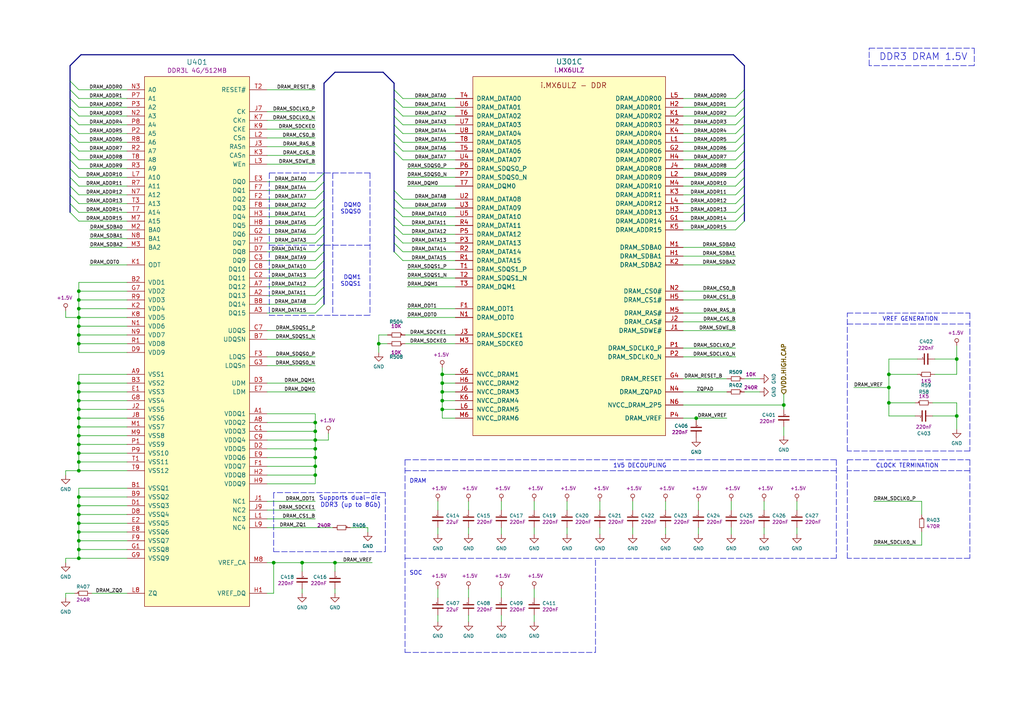
<source format=kicad_sch>
(kicad_sch (version 20211123) (generator eeschema)
  (paper "A4")
  (title_block (title "EX-PCB-10108-001") (date "2021-07-27") (rev "A") (company "OHN Electronics Inc.") (comment 1 "Uses NXP i.MX6ULx core design licensed from PolyVection UG, Germany") (comment 2 "Organelle 2 Processor board") (comment 4 "EX-PCB-10108-001 - Schematics"))
  (junction (at 87.63 163.195))
  (junction (at 22.86 111.125))
  (junction (at 22.86 92.075))
  (junction (at 22.86 89.535))
  (junction (at 79.375 163.195))
  (junction (at 22.86 99.695))
  (junction (at 22.86 154.305))
  (junction (at 128.27 108.585))
  (junction (at 91.44 127.635))
  (junction (at 257.81 116.84))
  (junction (at 22.86 146.685))
  (junction (at 22.86 159.385))
  (junction (at 22.86 118.745))
  (junction (at 22.86 123.825))
  (junction (at 22.86 113.665))
  (junction (at 91.44 122.555))
  (junction (at 22.86 94.615))
  (junction (at 22.86 161.925))
  (junction (at 227.33 117.475))
  (junction (at 128.27 111.125))
  (junction (at 22.86 149.225))
  (junction (at 91.44 135.255))
  (junction (at 22.86 121.285))
  (junction (at 91.44 125.095))
  (junction (at 22.86 97.155))
  (junction (at 91.44 137.795))
  (junction (at 22.86 84.455))
  (junction (at 277.495 120.65))
  (junction (at 128.27 116.205))
  (junction (at 257.81 108.585))
  (junction (at 201.93 121.285))
  (junction (at 97.155 163.195))
  (junction (at 22.86 128.905))
  (junction (at 277.495 104.14))
  (junction (at 22.86 116.205))
  (junction (at 22.86 86.995))
  (junction (at 128.27 118.745))
  (junction (at 22.86 133.985))
  (junction (at 109.855 99.695))
  (junction (at 22.86 151.765))
  (junction (at 22.86 136.525))
  (junction (at 22.86 144.145))
  (junction (at 91.44 130.175))
  (junction (at 128.27 113.665))
  (junction (at 22.86 156.845))
  (junction (at 22.86 126.365))
  (junction (at 257.81 112.395))
  (junction (at 91.44 132.715))
  (junction (at 22.86 131.445))
  (bus_entry (at 22.86 31.115) (size -2.54 -2.54))
  (bus_entry (at 93.98 80.645) (size -2.54 2.54))
  (bus_entry (at 22.86 51.435) (size -2.54 -2.54))
  (bus_entry (at 215.9 46.355) (size -2.54 2.54))
  (bus_entry (at 215.9 48.895) (size -2.54 2.54))
  (bus_entry (at 116.84 43.815) (size -2.54 -2.54))
  (bus_entry (at 116.84 73.025) (size -2.54 -2.54))
  (bus_entry (at 93.98 78.105) (size -2.54 2.54))
  (bus_entry (at 116.84 67.945) (size -2.54 -2.54))
  (bus_entry (at 22.86 48.895) (size -2.54 -2.54))
  (bus_entry (at 93.98 83.185) (size -2.54 2.54))
  (bus_entry (at 215.9 31.115) (size -2.54 2.54))
  (bus_entry (at 93.98 73.025) (size -2.54 2.54))
  (bus_entry (at 116.84 57.785) (size -2.54 -2.54))
  (bus_entry (at 116.84 75.565) (size -2.54 -2.54))
  (bus_entry (at 93.98 70.485) (size -2.54 2.54))
  (bus_entry (at 93.98 85.725) (size -2.54 2.54))
  (bus_entry (at 22.86 36.195) (size -2.54 -2.54))
  (bus_entry (at 215.9 61.595) (size -2.54 2.54))
  (bus_entry (at 116.84 41.275) (size -2.54 -2.54))
  (bus_entry (at 215.9 38.735) (size -2.54 2.54))
  (bus_entry (at 22.86 46.355) (size -2.54 -2.54))
  (bus_entry (at 93.98 65.405) (size -2.54 2.54))
  (bus_entry (at 116.84 31.115) (size -2.54 -2.54))
  (bus_entry (at 215.9 41.275) (size -2.54 2.54))
  (bus_entry (at 116.84 36.195) (size -2.54 -2.54))
  (bus_entry (at 215.9 43.815) (size -2.54 2.54))
  (bus_entry (at 116.84 70.485) (size -2.54 -2.54))
  (bus_entry (at 22.86 28.575) (size -2.54 -2.54))
  (bus_entry (at 22.86 41.275) (size -2.54 -2.54))
  (bus_entry (at 93.98 55.245) (size -2.54 2.54))
  (bus_entry (at 22.86 59.055) (size -2.54 -2.54))
  (bus_entry (at 215.9 36.195) (size -2.54 2.54))
  (bus_entry (at 22.86 61.595) (size -2.54 -2.54))
  (bus_entry (at 93.98 75.565) (size -2.54 2.54))
  (bus_entry (at 215.9 64.135) (size -2.54 2.54))
  (bus_entry (at 93.98 88.265) (size -2.54 2.54))
  (bus_entry (at 215.9 51.435) (size -2.54 2.54))
  (bus_entry (at 93.98 60.325) (size -2.54 2.54))
  (bus_entry (at 93.98 67.945) (size -2.54 2.54))
  (bus_entry (at 22.86 64.135) (size -2.54 -2.54))
  (bus_entry (at 22.86 33.655) (size -2.54 -2.54))
  (bus_entry (at 215.9 59.055) (size -2.54 2.54))
  (bus_entry (at 116.84 62.865) (size -2.54 -2.54))
  (bus_entry (at 93.98 57.785) (size -2.54 2.54))
  (bus_entry (at 116.84 46.355) (size -2.54 -2.54))
  (bus_entry (at 116.84 28.575) (size -2.54 -2.54))
  (bus_entry (at 22.86 56.515) (size -2.54 -2.54))
  (bus_entry (at 215.9 28.575) (size -2.54 2.54))
  (bus_entry (at 93.98 50.165) (size -2.54 2.54))
  (bus_entry (at 22.86 43.815) (size -2.54 -2.54))
  (bus_entry (at 116.84 38.735) (size -2.54 -2.54))
  (bus_entry (at 116.84 65.405) (size -2.54 -2.54))
  (bus_entry (at 116.84 60.325) (size -2.54 -2.54))
  (bus_entry (at 215.9 56.515) (size -2.54 2.54))
  (bus_entry (at 22.86 38.735) (size -2.54 -2.54))
  (bus_entry (at 215.9 33.655) (size -2.54 2.54))
  (bus_entry (at 93.98 52.705) (size -2.54 2.54))
  (bus_entry (at 22.86 26.035) (size -2.54 -2.54))
  (bus_entry (at 215.9 26.035) (size -2.54 2.54))
  (bus_entry (at 215.9 53.975) (size -2.54 2.54))
  (bus_entry (at 116.84 33.655) (size -2.54 -2.54))
  (bus_entry (at 93.98 62.865) (size -2.54 2.54))
  (bus_entry (at 22.86 53.975) (size -2.54 -2.54))
  (wire (pts (xy 213.36 31.115) (xy 198.12 31.115)))
  (wire (pts (xy 132.08 70.485) (xy 116.84 70.485)))
  (bus (pts (xy 93.98 24.13) (xy 93.98 50.165)))
  (wire (pts (xy 198.12 90.805) (xy 213.36 90.805)))
  (wire (pts (xy 77.47 73.025) (xy 91.44 73.025)))
  (wire (pts (xy 106.68 153.035) (xy 101.6 153.035)))
  (wire (pts (xy 22.86 36.195) (xy 36.83 36.195)))
  (bus (pts (xy 20.32 36.195) (xy 20.32 38.735)))
  (wire (pts (xy 22.86 154.305) (xy 36.83 154.305)))
  (wire (pts (xy 128.27 111.125) (xy 128.27 113.665)))
  (polyline (pts (xy 111.76 160.02) (xy 111.76 142.875)))
  (wire (pts (xy 77.47 67.945) (xy 91.44 67.945)))
  (bus (pts (xy 215.9 31.115) (xy 215.9 33.655)))
  (wire (pts (xy 77.47 55.245) (xy 91.44 55.245)))
  (wire (pts (xy 91.44 130.175) (xy 77.47 130.175)))
  (wire (pts (xy 202.565 153.035) (xy 202.565 154.94)))
  (wire (pts (xy 77.47 83.185) (xy 91.44 83.185)))
  (wire (pts (xy 22.86 81.915) (xy 22.86 84.455)))
  (wire (pts (xy 22.86 86.995) (xy 22.86 89.535)))
  (bus (pts (xy 93.98 55.245) (xy 93.98 57.785)))
  (wire (pts (xy 22.86 128.905) (xy 22.86 131.445)))
  (wire (pts (xy 77.47 147.955) (xy 91.44 147.955)))
  (wire (pts (xy 198.12 71.755) (xy 213.36 71.755)))
  (wire (pts (xy 221.615 145.415) (xy 221.615 147.955)))
  (wire (pts (xy 257.81 108.585) (xy 257.81 112.395)))
  (wire (pts (xy 77.47 26.035) (xy 91.44 26.035)))
  (bus (pts (xy 114.3 33.655) (xy 114.3 36.195)))
  (wire (pts (xy 77.47 42.545) (xy 91.44 42.545)))
  (wire (pts (xy 77.47 57.785) (xy 91.44 57.785)))
  (wire (pts (xy 221.615 153.035) (xy 221.615 154.94)))
  (wire (pts (xy 128.27 106.68) (xy 128.27 108.585)))
  (wire (pts (xy 132.08 111.125) (xy 128.27 111.125)))
  (bus (pts (xy 93.98 75.565) (xy 93.98 78.105)))
  (wire (pts (xy 22.86 136.525) (xy 19.05 136.525)))
  (wire (pts (xy 267.335 149.225) (xy 267.335 145.415)))
  (wire (pts (xy 97.155 170.815) (xy 97.155 172.085)))
  (wire (pts (xy 213.36 53.975) (xy 198.12 53.975)))
  (bus (pts (xy 20.32 28.575) (xy 20.32 31.115)))
  (wire (pts (xy 198.12 48.895) (xy 213.36 48.895)))
  (wire (pts (xy 77.47 37.465) (xy 91.44 37.465)))
  (bus (pts (xy 215.9 36.195) (xy 215.9 38.735)))
  (bus (pts (xy 114.3 41.275) (xy 114.3 43.815)))
  (bus (pts (xy 93.98 70.485) (xy 93.98 73.025)))
  (polyline (pts (xy 78.105 50.165) (xy 78.105 91.44)))
  (wire (pts (xy 91.44 135.255) (xy 77.47 135.255)))
  (bus (pts (xy 215.9 59.055) (xy 215.9 61.595)))
  (wire (pts (xy 22.86 28.575) (xy 36.83 28.575)))
  (wire (pts (xy 22.86 149.225) (xy 36.83 149.225)))
  (wire (pts (xy 277.495 120.65) (xy 277.495 124.46)))
  (wire (pts (xy 22.86 141.605) (xy 36.83 141.605)))
  (bus (pts (xy 114.3 38.735) (xy 114.3 41.275)))
  (wire (pts (xy 198.12 28.575) (xy 213.36 28.575)))
  (bus (pts (xy 215.9 51.435) (xy 215.9 53.975)))
  (wire (pts (xy 22.86 43.815) (xy 36.83 43.815)))
  (wire (pts (xy 77.47 120.015) (xy 91.44 120.015)))
  (wire (pts (xy 202.565 145.415) (xy 202.565 147.955)))
  (wire (pts (xy 198.12 61.595) (xy 213.36 61.595)))
  (wire (pts (xy 22.86 31.115) (xy 36.83 31.115)))
  (polyline (pts (xy 111.76 142.875) (xy 79.375 142.875)))
  (bus (pts (xy 93.98 73.025) (xy 93.98 75.565)))
  (bus (pts (xy 215.9 48.895) (xy 215.9 51.435)))
  (wire (pts (xy 132.08 97.155) (xy 117.475 97.155)))
  (wire (pts (xy 132.08 31.115) (xy 116.84 31.115)))
  (wire (pts (xy 127 178.435) (xy 127 180.34)))
  (wire (pts (xy 19.05 90.17) (xy 19.05 92.075)))
  (wire (pts (xy 77.47 172.085) (xy 79.375 172.085)))
  (wire (pts (xy 135.89 170.815) (xy 135.89 173.355)))
  (wire (pts (xy 77.47 45.085) (xy 91.44 45.085)))
  (bus (pts (xy 215.9 53.975) (xy 215.9 56.515)))
  (wire (pts (xy 132.08 46.355) (xy 116.84 46.355)))
  (wire (pts (xy 77.47 60.325) (xy 91.44 60.325)))
  (wire (pts (xy 22.86 97.155) (xy 36.83 97.155)))
  (wire (pts (xy 77.47 70.485) (xy 91.44 70.485)))
  (bus (pts (xy 93.98 85.725) (xy 93.98 88.265)))
  (wire (pts (xy 198.12 95.885) (xy 213.36 95.885)))
  (bus (pts (xy 20.32 48.895) (xy 20.32 51.435)))
  (wire (pts (xy 77.47 80.645) (xy 91.44 80.645)))
  (wire (pts (xy 22.86 146.685) (xy 36.83 146.685)))
  (wire (pts (xy 154.94 170.815) (xy 154.94 173.355)))
  (wire (pts (xy 198.12 43.815) (xy 213.36 43.815)))
  (wire (pts (xy 22.86 59.055) (xy 36.83 59.055)))
  (wire (pts (xy 154.94 145.415) (xy 154.94 147.955)))
  (wire (pts (xy 26.035 66.675) (xy 36.83 66.675)))
  (wire (pts (xy 77.47 106.045) (xy 91.44 106.045)))
  (bus (pts (xy 20.32 38.735) (xy 20.32 41.275)))
  (wire (pts (xy 128.27 116.205) (xy 128.27 118.745)))
  (bus (pts (xy 114.3 24.13) (xy 114.3 26.035)))
  (wire (pts (xy 132.08 73.025) (xy 116.84 73.025)))
  (bus (pts (xy 93.98 57.785) (xy 93.98 60.325)))
  (wire (pts (xy 22.86 99.695) (xy 22.86 102.235)))
  (polyline (pts (xy 117.475 189.23) (xy 172.72 189.23)))
  (wire (pts (xy 95.25 125.73) (xy 95.25 127.635)))
  (wire (pts (xy 132.08 36.195) (xy 116.84 36.195)))
  (wire (pts (xy 26.035 69.215) (xy 36.83 69.215)))
  (bus (pts (xy 93.98 60.325) (xy 93.98 62.865)))
  (wire (pts (xy 97.155 163.195) (xy 87.63 163.195)))
  (wire (pts (xy 227.33 117.475) (xy 198.12 117.475)))
  (wire (pts (xy 270.51 120.65) (xy 277.495 120.65)))
  (wire (pts (xy 164.465 145.415) (xy 164.465 147.955)))
  (wire (pts (xy 22.86 38.735) (xy 36.83 38.735)))
  (bus (pts (xy 93.98 67.945) (xy 93.98 70.485)))
  (wire (pts (xy 22.86 102.235) (xy 36.83 102.235)))
  (wire (pts (xy 91.44 132.715) (xy 77.47 132.715)))
  (wire (pts (xy 77.47 88.265) (xy 91.44 88.265)))
  (wire (pts (xy 128.27 113.665) (xy 128.27 116.205)))
  (wire (pts (xy 22.86 159.385) (xy 22.86 161.925)))
  (wire (pts (xy 77.47 85.725) (xy 91.44 85.725)))
  (wire (pts (xy 109.855 99.695) (xy 109.855 102.235)))
  (polyline (pts (xy 281.305 90.805) (xy 281.305 130.81)))
  (wire (pts (xy 198.12 41.275) (xy 213.36 41.275)))
  (wire (pts (xy 22.86 86.995) (xy 36.83 86.995)))
  (bus (pts (xy 215.9 33.655) (xy 215.9 36.195)))
  (bus (pts (xy 215.9 41.275) (xy 215.9 43.815)))
  (wire (pts (xy 198.12 59.055) (xy 213.36 59.055)))
  (wire (pts (xy 22.86 121.285) (xy 22.86 123.825)))
  (wire (pts (xy 77.47 40.005) (xy 91.44 40.005)))
  (wire (pts (xy 201.93 121.285) (xy 201.93 121.92)))
  (wire (pts (xy 145.415 153.035) (xy 145.415 154.94)))
  (polyline (pts (xy 282.575 19.05) (xy 252.095 19.05)))
  (wire (pts (xy 227.33 118.745) (xy 227.33 117.475)))
  (wire (pts (xy 271.145 104.14) (xy 277.495 104.14)))
  (wire (pts (xy 132.08 80.645) (xy 118.11 80.645)))
  (wire (pts (xy 173.99 145.415) (xy 173.99 147.955)))
  (wire (pts (xy 198.12 33.655) (xy 213.36 33.655)))
  (wire (pts (xy 257.81 120.65) (xy 265.43 120.65)))
  (wire (pts (xy 132.08 53.975) (xy 118.11 53.975)))
  (polyline (pts (xy 282.575 13.97) (xy 282.575 19.05)))
  (wire (pts (xy 257.81 116.84) (xy 265.43 116.84)))
  (bus (pts (xy 215.9 43.815) (xy 215.9 46.355)))
  (wire (pts (xy 36.83 161.925) (xy 22.86 161.925)))
  (polyline (pts (xy 242.57 133.35) (xy 117.475 133.35)))
  (wire (pts (xy 183.515 145.415) (xy 183.515 147.955)))
  (wire (pts (xy 128.27 118.745) (xy 128.27 121.285)))
  (wire (pts (xy 183.515 153.035) (xy 183.515 154.94)))
  (wire (pts (xy 22.86 81.915) (xy 36.83 81.915)))
  (wire (pts (xy 77.47 78.105) (xy 91.44 78.105)))
  (wire (pts (xy 91.44 122.555) (xy 77.47 122.555)))
  (bus (pts (xy 114.3 31.115) (xy 114.3 33.655)))
  (wire (pts (xy 198.12 86.995) (xy 213.36 86.995)))
  (polyline (pts (xy 117.475 136.525) (xy 242.57 136.525)))
  (bus (pts (xy 93.98 24.13) (xy 97.155 20.955)))
  (wire (pts (xy 164.465 153.035) (xy 164.465 154.94)))
  (polyline (pts (xy 79.375 142.875) (xy 79.375 160.02)))
  (polyline (pts (xy 172.72 189.23) (xy 172.72 161.925)))
  (wire (pts (xy 22.86 53.975) (xy 36.83 53.975)))
  (bus (pts (xy 114.3 62.865) (xy 114.3 65.405)))
  (bus (pts (xy 215.9 38.735) (xy 215.9 41.275)))
  (wire (pts (xy 96.52 153.035) (xy 77.47 153.035)))
  (wire (pts (xy 127 145.415) (xy 127 147.955)))
  (wire (pts (xy 132.08 92.075) (xy 118.11 92.075)))
  (wire (pts (xy 22.86 61.595) (xy 36.83 61.595)))
  (wire (pts (xy 87.63 163.195) (xy 79.375 163.195)))
  (polyline (pts (xy 281.305 130.81) (xy 245.745 130.81)))
  (wire (pts (xy 132.08 48.895) (xy 118.11 48.895)))
  (wire (pts (xy 106.68 153.035) (xy 106.68 154.305)))
  (wire (pts (xy 22.86 116.205) (xy 22.86 118.745)))
  (wire (pts (xy 198.12 103.505) (xy 213.36 103.505)))
  (wire (pts (xy 77.47 52.705) (xy 91.44 52.705)))
  (wire (pts (xy 77.47 34.925) (xy 91.44 34.925)))
  (wire (pts (xy 91.44 135.255) (xy 91.44 137.795)))
  (wire (pts (xy 112.395 97.155) (xy 109.855 97.155)))
  (wire (pts (xy 22.86 111.125) (xy 22.86 113.665)))
  (wire (pts (xy 145.415 178.435) (xy 145.415 180.34)))
  (wire (pts (xy 22.86 131.445) (xy 22.86 133.985)))
  (wire (pts (xy 79.375 163.195) (xy 77.47 163.195)))
  (wire (pts (xy 22.86 149.225) (xy 22.86 151.765)))
  (wire (pts (xy 22.86 92.075) (xy 36.83 92.075)))
  (bus (pts (xy 20.32 19.05) (xy 23.495 15.875)))
  (wire (pts (xy 132.08 99.695) (xy 117.475 99.695)))
  (wire (pts (xy 22.86 113.665) (xy 36.83 113.665)))
  (wire (pts (xy 107.95 163.195) (xy 97.155 163.195)))
  (wire (pts (xy 22.86 51.435) (xy 36.83 51.435)))
  (wire (pts (xy 22.86 113.665) (xy 22.86 116.205)))
  (wire (pts (xy 132.08 89.535) (xy 118.11 89.535)))
  (wire (pts (xy 132.08 33.655) (xy 116.84 33.655)))
  (bus (pts (xy 114.3 36.195) (xy 114.3 38.735)))
  (wire (pts (xy 36.83 136.525) (xy 22.86 136.525)))
  (wire (pts (xy 22.86 84.455) (xy 36.83 84.455)))
  (bus (pts (xy 20.32 19.05) (xy 20.32 23.495)))
  (wire (pts (xy 21.59 172.085) (xy 19.05 172.085)))
  (wire (pts (xy 213.36 46.355) (xy 198.12 46.355)))
  (wire (pts (xy 132.08 28.575) (xy 116.84 28.575)))
  (wire (pts (xy 267.335 158.115) (xy 253.365 158.115)))
  (wire (pts (xy 266.065 108.585) (xy 257.81 108.585)))
  (bus (pts (xy 215.9 19.05) (xy 212.725 15.875)))
  (wire (pts (xy 22.86 156.845) (xy 22.86 159.385)))
  (wire (pts (xy 77.47 90.805) (xy 91.44 90.805)))
  (bus (pts (xy 20.32 46.355) (xy 20.32 48.895)))
  (polyline (pts (xy 96.52 50.165) (xy 96.52 91.44)))
  (bus (pts (xy 114.3 26.035) (xy 114.3 28.575)))
  (wire (pts (xy 154.94 178.435) (xy 154.94 180.34)))
  (wire (pts (xy 22.86 89.535) (xy 36.83 89.535)))
  (wire (pts (xy 132.08 75.565) (xy 116.84 75.565)))
  (wire (pts (xy 173.99 153.035) (xy 173.99 154.94)))
  (wire (pts (xy 231.14 145.415) (xy 231.14 147.955)))
  (bus (pts (xy 215.9 56.515) (xy 215.9 59.055)))
  (wire (pts (xy 132.08 60.325) (xy 116.84 60.325)))
  (wire (pts (xy 22.86 151.765) (xy 36.83 151.765)))
  (wire (pts (xy 201.93 121.285) (xy 198.12 121.285)))
  (wire (pts (xy 22.86 26.035) (xy 36.83 26.035)))
  (polyline (pts (xy 245.745 130.81) (xy 245.745 90.805)))
  (wire (pts (xy 19.05 172.085) (xy 19.05 173.355)))
  (wire (pts (xy 22.86 118.745) (xy 22.86 121.285)))
  (wire (pts (xy 128.27 113.665) (xy 132.08 113.665)))
  (wire (pts (xy 132.08 83.185) (xy 118.11 83.185)))
  (wire (pts (xy 22.86 123.825) (xy 22.86 126.365)))
  (wire (pts (xy 77.47 65.405) (xy 91.44 65.405)))
  (polyline (pts (xy 281.305 136.525) (xy 245.745 136.525)))
  (bus (pts (xy 20.32 23.495) (xy 20.32 26.035)))
  (wire (pts (xy 22.86 33.655) (xy 36.83 33.655)))
  (polyline (pts (xy 107.315 50.165) (xy 78.105 50.165)))
  (wire (pts (xy 128.27 108.585) (xy 128.27 111.125)))
  (wire (pts (xy 210.82 113.665) (xy 198.12 113.665)))
  (wire (pts (xy 257.81 104.14) (xy 257.81 108.585)))
  (bus (pts (xy 114.3 70.485) (xy 114.3 73.025)))
  (wire (pts (xy 267.335 158.115) (xy 267.335 154.305)))
  (wire (pts (xy 79.375 172.085) (xy 79.375 163.195)))
  (wire (pts (xy 213.36 38.735) (xy 198.12 38.735)))
  (polyline (pts (xy 79.375 160.02) (xy 111.76 160.02)))
  (wire (pts (xy 91.44 111.125) (xy 77.47 111.125)))
  (bus (pts (xy 114.3 43.815) (xy 114.3 55.245)))
  (wire (pts (xy 22.86 92.075) (xy 19.05 92.075)))
  (wire (pts (xy 91.44 127.635) (xy 91.44 130.175)))
  (wire (pts (xy 77.47 62.865) (xy 91.44 62.865)))
  (wire (pts (xy 22.86 56.515) (xy 36.83 56.515)))
  (wire (pts (xy 22.86 41.275) (xy 36.83 41.275)))
  (wire (pts (xy 22.86 144.145) (xy 36.83 144.145)))
  (bus (pts (xy 20.32 59.055) (xy 20.32 61.595)))
  (bus (pts (xy 20.32 43.815) (xy 20.32 46.355)))
  (wire (pts (xy 212.09 153.035) (xy 212.09 154.94)))
  (wire (pts (xy 26.67 172.085) (xy 36.83 172.085)))
  (wire (pts (xy 277.495 104.14) (xy 277.495 108.585)))
  (wire (pts (xy 22.86 133.985) (xy 36.83 133.985)))
  (wire (pts (xy 128.27 121.285) (xy 132.08 121.285)))
  (wire (pts (xy 210.82 121.285) (xy 201.93 121.285)))
  (wire (pts (xy 77.47 75.565) (xy 91.44 75.565)))
  (wire (pts (xy 22.86 89.535) (xy 22.86 92.075)))
  (wire (pts (xy 267.335 145.415) (xy 253.365 145.415)))
  (polyline (pts (xy 242.57 133.35) (xy 242.57 161.925)))
  (wire (pts (xy 22.86 161.925) (xy 19.05 161.925)))
  (wire (pts (xy 22.86 123.825) (xy 36.83 123.825)))
  (wire (pts (xy 132.08 108.585) (xy 128.27 108.585)))
  (wire (pts (xy 118.11 78.105) (xy 132.08 78.105)))
  (wire (pts (xy 227.33 114.3) (xy 227.33 117.475)))
  (bus (pts (xy 114.3 60.325) (xy 114.3 62.865)))
  (polyline (pts (xy 281.305 161.925) (xy 245.745 161.925)))
  (bus (pts (xy 20.32 31.115) (xy 20.32 33.655)))
  (bus (pts (xy 114.3 24.13) (xy 111.125 20.955)))
  (wire (pts (xy 231.14 153.035) (xy 231.14 154.94)))
  (polyline (pts (xy 117.475 161.925) (xy 242.57 161.925)))
  (wire (pts (xy 77.47 32.385) (xy 91.44 32.385)))
  (wire (pts (xy 91.44 122.555) (xy 91.44 125.095)))
  (wire (pts (xy 77.47 150.495) (xy 91.44 150.495)))
  (wire (pts (xy 277.495 100.33) (xy 277.495 104.14)))
  (wire (pts (xy 87.63 170.815) (xy 87.63 172.085)))
  (polyline (pts (xy 252.095 19.05) (xy 252.095 13.97)))
  (wire (pts (xy 277.495 108.585) (xy 271.145 108.585)))
  (wire (pts (xy 22.86 121.285) (xy 36.83 121.285)))
  (wire (pts (xy 277.495 116.84) (xy 277.495 120.65)))
  (bus (pts (xy 20.32 51.435) (xy 20.32 53.975)))
  (wire (pts (xy 77.47 98.425) (xy 91.44 98.425)))
  (wire (pts (xy 26.035 71.755) (xy 36.83 71.755)))
  (wire (pts (xy 193.04 145.415) (xy 193.04 147.955)))
  (wire (pts (xy 109.855 97.155) (xy 109.855 99.695)))
  (polyline (pts (xy 107.315 50.165) (xy 107.315 91.44)))
  (wire (pts (xy 270.51 116.84) (xy 277.495 116.84)))
  (wire (pts (xy 213.36 74.295) (xy 198.12 74.295)))
  (wire (pts (xy 257.81 112.395) (xy 257.81 116.84)))
  (wire (pts (xy 77.47 113.665) (xy 91.44 113.665)))
  (wire (pts (xy 132.08 51.435) (xy 118.11 51.435)))
  (wire (pts (xy 87.63 165.735) (xy 87.63 163.195)))
  (wire (pts (xy 22.86 108.585) (xy 36.83 108.585)))
  (wire (pts (xy 266.065 104.14) (xy 257.81 104.14)))
  (wire (pts (xy 215.9 109.855) (xy 220.345 109.855)))
  (wire (pts (xy 77.47 145.415) (xy 91.44 145.415)))
  (bus (pts (xy 114.3 55.245) (xy 114.3 57.785)))
  (polyline (pts (xy 117.475 133.35) (xy 117.475 189.23)))
  (bus (pts (xy 97.155 20.955) (xy 111.125 20.955)))
  (wire (pts (xy 227.33 126.365) (xy 227.33 123.825)))
  (bus (pts (xy 93.98 62.865) (xy 93.98 65.405)))
  (wire (pts (xy 132.08 65.405) (xy 116.84 65.405)))
  (bus (pts (xy 23.495 15.875) (xy 212.725 15.875)))
  (polyline (pts (xy 245.745 133.35) (xy 281.305 133.35)))
  (wire (pts (xy 135.89 178.435) (xy 135.89 180.34)))
  (wire (pts (xy 22.86 94.615) (xy 36.83 94.615)))
  (wire (pts (xy 198.12 66.675) (xy 213.36 66.675)))
  (wire (pts (xy 91.44 137.795) (xy 91.44 140.335)))
  (bus (pts (xy 114.3 65.405) (xy 114.3 67.945)))
  (wire (pts (xy 22.86 118.745) (xy 36.83 118.745)))
  (wire (pts (xy 132.08 41.275) (xy 116.84 41.275)))
  (wire (pts (xy 22.86 154.305) (xy 22.86 156.845)))
  (wire (pts (xy 128.27 116.205) (xy 132.08 116.205)))
  (wire (pts (xy 193.04 153.035) (xy 193.04 154.94)))
  (wire (pts (xy 22.86 48.895) (xy 36.83 48.895)))
  (bus (pts (xy 215.9 19.05) (xy 215.9 26.035)))
  (wire (pts (xy 77.47 47.625) (xy 91.44 47.625)))
  (bus (pts (xy 20.32 53.975) (xy 20.32 56.515)))
  (bus (pts (xy 93.98 80.645) (xy 93.98 83.185)))
  (wire (pts (xy 145.415 170.815) (xy 145.415 173.355)))
  (wire (pts (xy 198.12 56.515) (xy 213.36 56.515)))
  (wire (pts (xy 154.94 153.035) (xy 154.94 154.94)))
  (wire (pts (xy 213.36 84.455) (xy 198.12 84.455)))
  (wire (pts (xy 22.86 151.765) (xy 22.86 154.305)))
  (wire (pts (xy 127 170.815) (xy 127 173.355)))
  (wire (pts (xy 198.12 51.435) (xy 213.36 51.435)))
  (bus (pts (xy 114.3 28.575) (xy 114.3 31.115)))
  (bus (pts (xy 114.3 67.945) (xy 114.3 70.485)))
  (wire (pts (xy 215.9 113.665) (xy 220.345 113.665)))
  (bus (pts (xy 20.32 33.655) (xy 20.32 36.195)))
  (wire (pts (xy 19.05 161.925) (xy 19.05 163.195)))
  (bus (pts (xy 93.98 50.165) (xy 93.98 52.705)))
  (wire (pts (xy 257.81 116.84) (xy 257.81 120.65)))
  (wire (pts (xy 22.86 111.125) (xy 36.83 111.125)))
  (wire (pts (xy 213.36 100.965) (xy 198.12 100.965)))
  (wire (pts (xy 22.86 146.685) (xy 22.86 149.225)))
  (wire (pts (xy 91.44 132.715) (xy 91.44 135.255)))
  (bus (pts (xy 20.32 26.035) (xy 20.32 28.575)))
  (wire (pts (xy 132.08 38.735) (xy 116.84 38.735)))
  (bus (pts (xy 215.9 26.035) (xy 215.9 28.575)))
  (wire (pts (xy 210.82 109.855) (xy 198.12 109.855)))
  (wire (pts (xy 26.035 76.835) (xy 36.83 76.835)))
  (wire (pts (xy 112.395 99.695) (xy 109.855 99.695)))
  (wire (pts (xy 198.12 36.195) (xy 213.36 36.195)))
  (wire (pts (xy 22.86 97.155) (xy 22.86 99.695)))
  (bus (pts (xy 93.98 78.105) (xy 93.98 80.645)))
  (bus (pts (xy 93.98 65.405) (xy 93.98 67.945)))
  (wire (pts (xy 22.86 159.385) (xy 36.83 159.385)))
  (wire (pts (xy 127 153.035) (xy 127 154.94)))
  (polyline (pts (xy 281.305 133.35) (xy 281.305 161.925)))
  (wire (pts (xy 22.86 144.145) (xy 22.86 146.685)))
  (wire (pts (xy 135.89 145.415) (xy 135.89 147.955)))
  (wire (pts (xy 22.86 156.845) (xy 36.83 156.845)))
  (polyline (pts (xy 78.105 91.44) (xy 107.315 91.44)))
  (wire (pts (xy 212.09 145.415) (xy 212.09 147.955)))
  (wire (pts (xy 91.44 137.795) (xy 77.47 137.795)))
  (wire (pts (xy 22.86 126.365) (xy 22.86 128.905)))
  (wire (pts (xy 198.12 76.835) (xy 213.36 76.835)))
  (wire (pts (xy 91.44 125.095) (xy 91.44 127.635)))
  (wire (pts (xy 22.86 141.605) (xy 22.86 144.145)))
  (wire (pts (xy 19.05 136.525) (xy 19.05 137.795)))
  (bus (pts (xy 215.9 28.575) (xy 215.9 31.115)))
  (wire (pts (xy 91.44 95.885) (xy 77.47 95.885)))
  (wire (pts (xy 91.44 125.095) (xy 77.47 125.095)))
  (wire (pts (xy 91.44 103.505) (xy 77.47 103.505)))
  (bus (pts (xy 93.98 83.185) (xy 93.98 85.725)))
  (wire (pts (xy 91.44 127.635) (xy 95.25 127.635)))
  (wire (pts (xy 247.65 112.395) (xy 257.81 112.395)))
  (wire (pts (xy 132.08 62.865) (xy 116.84 62.865)))
  (bus (pts (xy 93.98 52.705) (xy 93.98 55.245)))
  (wire (pts (xy 145.415 145.415) (xy 145.415 147.955)))
  (wire (pts (xy 22.86 116.205) (xy 36.83 116.205)))
  (bus (pts (xy 215.9 46.355) (xy 215.9 48.895)))
  (wire (pts (xy 22.86 108.585) (xy 22.86 111.125)))
  (wire (pts (xy 132.08 57.785) (xy 116.84 57.785)))
  (polyline (pts (xy 245.745 161.925) (xy 245.745 133.35)))
  (wire (pts (xy 22.86 94.615) (xy 22.86 97.155)))
  (wire (pts (xy 22.86 99.695) (xy 36.83 99.695)))
  (wire (pts (xy 22.86 133.985) (xy 22.86 136.525)))
  (bus (pts (xy 114.3 57.785) (xy 114.3 60.325)))
  (wire (pts (xy 22.86 131.445) (xy 36.83 131.445)))
  (wire (pts (xy 22.86 126.365) (xy 36.83 126.365)))
  (wire (pts (xy 22.86 46.355) (xy 36.83 46.355)))
  (polyline (pts (xy 107.315 71.12) (xy 78.105 71.12)))
  (wire (pts (xy 132.08 43.815) (xy 116.84 43.815)))
  (wire (pts (xy 128.27 118.745) (xy 132.08 118.745)))
  (bus (pts (xy 20.32 56.515) (xy 20.32 59.055)))
  (wire (pts (xy 22.86 128.905) (xy 36.83 128.905)))
  (wire (pts (xy 135.89 153.035) (xy 135.89 154.94)))
  (wire (pts (xy 91.44 130.175) (xy 91.44 132.715)))
  (wire (pts (xy 91.44 127.635) (xy 77.47 127.635)))
  (wire (pts (xy 22.86 92.075) (xy 22.86 94.615)))
  (polyline (pts (xy 245.745 93.98) (xy 281.305 93.98)))
  (polyline (pts (xy 252.095 13.97) (xy 282.575 13.97)))
  (polyline (pts (xy 245.745 90.805) (xy 281.305 90.805)))
  (bus (pts (xy 20.32 41.275) (xy 20.32 43.815)))
  (wire (pts (xy 91.44 140.335) (xy 77.47 140.335)))
  (wire (pts (xy 132.08 67.945) (xy 116.84 67.945)))
  (wire (pts (xy 213.36 93.345) (xy 198.12 93.345)))
  (wire (pts (xy 22.86 64.135) (xy 36.83 64.135)))
  (wire (pts (xy 91.44 120.015) (xy 91.44 122.555)))
  (wire (pts (xy 97.155 165.735) (xy 97.155 163.195)))
  (wire (pts (xy 22.86 84.455) (xy 22.86 86.995)))
  (bus (pts (xy 215.9 61.595) (xy 215.9 64.135)))
  (wire (pts (xy 213.36 64.135) (xy 198.12 64.135)))
  (text "DRAM" (at 118.745 140.335 0) (effects (font (size 1.1938 1.1938)) (justify left bottom)))
  (text "1V5 DECOUPLING" (at 177.8 135.89 0) (effects (font (size 1.1938 1.1938)) (justify left bottom)))
  (text "VREF GENERATION" (at 255.905 93.345 0) (effects (font (size 1.1938 1.1938)) (justify left bottom)))
  (text "Supports dual-die\n DDR3 (up to 8Gb)" (at 110.49 147.32 180) (effects (font (size 1.27 1.27)) (justify right bottom)))
  (text "CLOCK TERMINATION" (at 254 135.89 0) (effects (font (size 1.1938 1.1938)) (justify left bottom)))
  (text "DQM0\nSDQS0" (at 104.775 62.23 180) (effects (font (size 1.1938 1.1938)) (justify right bottom)))
  (text "DQM1\nSDQS1" (at 104.775 83.185 180) (effects (font (size 1.1938 1.1938)) (justify right bottom)))
  (text "DDR3 DRAM 1.5V" (at 280.67 17.78 180) (effects (font (size 2.0066 2.0066)) (justify right bottom)))
  (text "SOC" (at 118.745 167.005 0) (effects (font (size 1.1938 1.1938)) (justify left bottom)))
  (label "DRAM_ODT0" (at 118.11 92.075 0) (effects (font (size 0.9906 0.9906))))
  (label "DRAM_DATA4" (at 88.9 55.245 180) (effects (font (size 0.9906 0.9906))))
  (label "DRAM_SDBA0" (at 26.035 66.675 0) (effects (font (size 0.9906 0.9906))))
  (label "DRAM_RESET_B" (at 91.44 26.035 180) (effects (font (size 0.9906 0.9906))))
  (label "DRAM_DATA9" (at 88.9 75.565 180) (effects (font (size 0.9906 0.9906))))
  (label "DRAM_ADDR10" (at 210.82 53.975 180) (effects (font (size 0.9906 0.9906))))
  (label "DRAM_ADDR5" (at 210.82 41.275 180) (effects (font (size 0.9906 0.9906))))
  (label "DRAM_ADDR11" (at 35.56 53.975 180) (effects (font (size 0.9906 0.9906))))
  (label "DRAM_DATA1" (at 88.9 62.865 180) (effects (font (size 0.9906 0.9906))))
  (label "DRAM_ADDR6" (at 35.56 41.275 180) (effects (font (size 0.9906 0.9906))))
  (label "DRAM_DATA6" (at 129.54 43.815 180) (effects (font (size 0.9906 0.9906))))
  (label "DRAM_ADDR13" (at 210.82 61.595 180) (effects (font (size 0.9906 0.9906))))
  (label "DRAM_DATA8" (at 88.9 88.265 180) (effects (font (size 0.9906 0.9906))))
  (label "DRAM_DATA3" (at 129.54 36.195 180) (effects (font (size 0.9906 0.9906))))
  (label "DRAM_ADDR7" (at 210.82 46.355 180) (effects (font (size 0.9906 0.9906))))
  (label "DRAM_DATA11" (at 129.54 65.405 180) (effects (font (size 0.9906 0.9906))))
  (label "DRAM_SDWE_B" (at 213.36 95.885 180) (effects (font (size 0.9906 0.9906))))
  (label "DRAM_SDQS1_N" (at 118.11 80.645 0) (effects (font (size 0.9906 0.9906))))
  (label "DRAM_DQM1" (at 91.44 111.125 180) (effects (font (size 0.9906 0.9906))))
  (label "DRAM_DATA2" (at 88.9 60.325 180) (effects (font (size 0.9906 0.9906))))
  (label "DRAM_SDBA1" (at 26.035 69.215 0) (effects (font (size 0.9906 0.9906))))
  (label "DRAM_SDCLK0_N" (at 213.36 103.505 180) (effects (font (size 0.9906 0.9906))))
  (label "DRAM_ZQ1" (at 88.9 153.035 180) (effects (font (size 0.9906 0.9906))))
  (label "DRAM_CAS_B" (at 91.44 45.085 180) (effects (font (size 0.9906 0.9906))))
  (label "DRAM_CS0_B" (at 91.44 40.005 180) (effects (font (size 0.9906 0.9906))))
  (label "DRAM_SDQS1_P" (at 91.44 95.885 180) (effects (font (size 0.9906 0.9906))))
  (label "DRAM_DATA15" (at 88.9 90.805 180) (effects (font (size 0.9906 0.9906))))
  (label "DRAM_DATA5" (at 88.9 65.405 180) (effects (font (size 0.9906 0.9906))))
  (label "DRAM_DATA7" (at 129.54 46.355 180) (effects (font (size 0.9906 0.9906))))
  (label "DRAM_ADDR1" (at 35.56 28.575 180) (effects (font (size 0.9906 0.9906))))
  (label "ZQPAD" (at 207.01 113.665 180) (effects (font (size 0.9906 0.9906))))
  (label "DRAM_SDQS1_P" (at 118.11 78.105 0) (effects (font (size 0.9906 0.9906))))
  (label "DRAM_DATA12" (at 88.9 83.185 180) (effects (font (size 0.9906 0.9906))))
  (label "DRAM_ADDR0" (at 35.56 26.035 180) (effects (font (size 0.9906 0.9906))))
  (label "DRAM_DATA15" (at 129.54 75.565 180) (effects (font (size 0.9906 0.9906))))
  (label "DRAM_ADDR3" (at 35.56 33.655 180) (effects (font (size 0.9906 0.9906))))
  (label "DRAM_RAS_B" (at 213.36 90.805 180) (effects (font (size 0.9906 0.9906))))
  (label "DRAM_ZQ0" (at 35.56 172.085 180) (effects (font (size 0.9906 0.9906))))
  (label "DRAM_SDWE_B" (at 91.44 47.625 180) (effects (font (size 0.9906 0.9906))))
  (label "DRAM_DATA13" (at 129.54 70.485 180) (effects (font (size 0.9906 0.9906))))
  (label "DRAM_RAS_B" (at 91.44 42.545 180) (effects (font (size 0.9906 0.9906))))
  (label "DRAM_DATA8" (at 129.54 57.785 180) (effects (font (size 0.9906 0.9906))))
  (label "DRAM_SDQS0_N" (at 91.44 106.045 180) (effects (font (size 0.9906 0.9906))))
  (label "DRAM_ADDR12" (at 35.56 56.515 180) (effects (font (size 0.9906 0.9906))))
  (label "DRAM_SDBA2" (at 26.035 71.755 0) (effects (font (size 0.9906 0.9906))))
  (label "DRAM_CS1_B" (at 213.36 86.995 180) (effects (font (size 0.9906 0.9906))))
  (label "DRAM_ADDR13" (at 35.56 59.055 180) (effects (font (size 0.9906 0.9906))))
  (label "DRAM_ADDR10" (at 35.56 51.435 180) (effects (font (size 0.9906 0.9906))))
  (label "DRAM_SDCLK0_P" (at 91.44 32.385 180) (effects (font (size 0.9906 0.9906))))
  (label "DRAM_DATA0" (at 88.9 52.705 180) (effects (font (size 0.9906 0.9906))))
  (label "DRAM_ADDR3" (at 210.82 36.195 180) (effects (font (size 0.9906 0.9906))))
  (label "DRAM_ADDR9" (at 210.82 51.435 180) (effects (font (size 0.9906 0.9906))))
  (label "DRAM_ADDR9" (at 35.56 48.895 180) (effects (font (size 0.9906 0.9906))))
  (label "DRAM_SDBA1" (at 213.36 74.295 180) (effects (font (size 0.9906 0.9906))))
  (label "DRAM_RESET_B" (at 209.55 109.855 180) (effects (font (size 0.9906 0.9906))))
  (label "DRAM_VREF" (at 107.95 163.195 180) (effects (font (size 0.9906 0.9906))))
  (label "DRAM_DQM0" (at 91.44 113.665 180) (effects (font (size 0.9906 0.9906))))
  (label "DRAM_SDQS0_P" (at 118.11 48.895 0) (effects (font (size 0.9906 0.9906))))
  (label "DRAM_ADDR4" (at 210.82 38.735 180) (effects (font (size 0.9906 0.9906))))
  (label "DRAM_ADDR15" (at 35.56 64.135 180) (effects (font (size 0.9906 0.9906))))
  (label "DRAM_DATA7" (at 88.9 57.785 180) (effects (font (size 0.9906 0.9906))))
  (label "DRAM_SDCLK0_N" (at 253.365 158.115 0) (effects (font (size 0.9906 0.9906))))
  (label "DRAM_DATA10" (at 129.54 62.865 180) (effects (font (size 0.9906 0.9906))))
  (label "DRAM_DATA2" (at 129.54 33.655 180) (effects (font (size 0.9906 0.9906))))
  (label "DRAM_ADDR2" (at 210.82 33.655 180) (effects (font (size 0.9906 0.9906))))
  (label "DRAM_ADDR14" (at 210.82 64.135 180) (effects (font (size 0.9906 0.9906))))
  (label "DRAM_DATA3" (at 88.9 70.485 180) (effects (font (size 0.9906 0.9906))))
  (label "DRAM_DATA10" (at 88.9 78.105 180) (effects (font (size 0.9906 0.9906))))
  (label "DRAM_SDQS0_N" (at 118.11 51.435 0) (effects (font (size 0.9906 0.9906))))
  (label "DRAM_DATA13" (at 88.9 80.645 180) (effects (font (size 0.9906 0.9906))))
  (label "DRAM_DATA0" (at 129.54 28.575 180) (effects (font (size 0.9906 0.9906))))
  (label "DRAM_VREF" (at 247.65 112.395 0) (effects (font (size 0.9906 0.9906))))
  (label "DRAM_DATA14" (at 88.9 73.025 180) (effects (font (size 0.9906 0.9906))))
  (label "DRAM_DATA5" (at 129.54 41.275 180) (effects (font (size 0.9906 0.9906))))
  (label "DRAM_SDCLK0_P" (at 253.365 145.415 0) (effects (font (size 0.9906 0.9906))))
  (label "DRAM_SDCLK0_P" (at 213.36 100.965 180) (effects (font (size 0.9906 0.9906))))
  (label "DRAM_CS0_B" (at 213.36 84.455 180) (effects (font (size 0.9906 0.9906))))
  (label "DRAM_CS1_B" (at 91.44 150.495 180) (effects (font (size 0.9906 0.9906))))
  (label "DRAM_DATA14" (at 129.54 73.025 180) (effects (font (size 0.9906 0.9906))))
  (label "DRAM_DATA11" (at 88.9 85.725 180) (effects (font (size 0.9906 0.9906))))
  (label "DRAM_ADDR11" (at 210.82 56.515 180) (effects (font (size 0.9906 0.9906))))
  (label "DRAM_DATA12" (at 129.54 67.945 180) (effects (font (size 0.9906 0.9906))))
  (label "DRAM_ADDR8" (at 35.56 46.355 180) (effects (font (size 0.9906 0.9906))))
  (label "DRAM_SDCLK0_N" (at 91.44 34.925 180) (effects (font (size 0.9906 0.9906))))
  (label "DRAM_ADDR4" (at 35.56 36.195 180) (effects (font (size 0.9906 0.9906))))
  (label "DRAM_SDBA0" (at 213.36 71.755 180) (effects (font (size 0.9906 0.9906))))
  (label "DRAM_ADDR0" (at 210.82 28.575 180) (effects (font (size 0.9906 0.9906))))
  (label "DRAM_ADDR14" (at 35.56 61.595 180) (effects (font (size 0.9906 0.9906))))
  (label "DRAM_SDCKE1" (at 129.54 97.155 180) (effects (font (size 0.9906 0.9906))))
  (label "DRAM_SDBA2" (at 213.36 76.835 180) (effects (font (size 0.9906 0.9906))))
  (label "DRAM_SDCKE0" (at 129.54 99.695 180) (effects (font (size 0.9906 0.9906))))
  (label "DRAM_DQM0" (at 118.11 53.975 0) (effects (font (size 0.9906 0.9906))))
  (label "DRAM_SDCKE1" (at 91.44 147.955 180) (effects (font (size 0.9906 0.9906))))
  (label "DRAM_ADDR15" (at 210.82 66.675 180) (effects (font (size 0.9906 0.9906))))
  (label "DRAM_SDQS0_P" (at 91.44 103.505 180) (effects (font (size 0.9906 0.9906))))
  (label "DRAM_ADDR7" (at 35.56 43.815 180) (effects (font (size 0.9906 0.9906))))
  (label "DRAM_ADDR5" (at 35.56 38.735 180) (effects (font (size 0.9906 0.9906))))
  (label "DRAM_ADDR2" (at 35.56 31.115 180) (effects (font (size 0.9906 0.9906))))
  (label "DRAM_ADDR6" (at 210.82 43.815 180) (effects (font (size 0.9906 0.9906))))
  (label "DRAM_DQM1" (at 118.11 83.185 0) (effects (font (size 0.9906 0.9906))))
  (label "DRAM_DATA9" (at 129.54 60.325 180) (effects (font (size 0.9906 0.9906))))
  (label "DRAM_VREF" (at 210.82 121.285 180) (effects (font (size 0.9906 0.9906))))
  (label "DRAM_ODT1" (at 91.44 145.415 180) (effects (font (size 0.9906 0.9906))))
  (label "DRAM_DATA1" (at 129.54 31.115 180) (effects (font (size 0.9906 0.9906))))
  (label "DRAM_CAS_B" (at 213.36 93.345 180) (effects (font (size 0.9906 0.9906))))
  (label "DRAM_ADDR1" (at 210.82 31.115 180) (effects (font (size 0.9906 0.9906))))
  (label "DRAM_ADDR8" (at 210.82 48.895 180) (effects (font (size 0.9906 0.9906))))
  (label "DRAM_ODT1" (at 118.11 89.535 0) (effects (font (size 0.9906 0.9906))))
  (label "DRAM_DATA4" (at 129.54 38.735 180) (effects (font (size 0.9906 0.9906))))
  (label "DRAM_DATA6" (at 88.9 67.945 180) (effects (font (size 0.9906 0.9906))))
  (label "DRAM_SDQS1_N" (at 91.44 98.425 180) (effects (font (size 0.9906 0.9906))))
  (label "DRAM_ODT0" (at 26.035 76.835 0) (effects (font (size 0.9906 0.9906))))
  (label "DRAM_SDCKE0" (at 91.44 37.465 180) (effects (font (size 0.9906 0.9906))))
  (label "DRAM_ADDR12" (at 210.82 59.055 180) (effects (font (size 0.9906 0.9906))))
  (hierarchical_label "VDD.HIGH.CAP" (shape input) (at 227.33 114.3 90) (effects (font (thickness 0.254) bold)))
  (symbol (lib_id "PV-EC-PWR-003:GND") (at 19.05 137.795 0) (mirror y) (unit 1)
    (property "Reference" "#PWR0126" (effects hide))
    (property "Value" "GND" (at 19.05 141.9098 0) (effects (font (size 0.9906 0.9906))))
  )
  (symbol (lib_id "PV-EC-PWR-003:GND") (at 19.05 163.195 0) (mirror y) (unit 1)
    (property "Reference" "#PWR0127" (effects hide))
    (property "Value" "GND" (at 19.05 167.3098 0) (effects (font (size 0.9906 0.9906))))
  )
  (symbol (lib_id "PV-EC-PWR-003:GND") (at 19.05 173.355 0) (mirror y) (unit 1)
    (property "Reference" "#PWR0128" (effects hide))
    (property "Value" "GND" (at 19.05 177.4698 0) (effects (font (size 0.9906 0.9906))))
  )
  (symbol (lib_id "PV-EC-PWR-003:GND") (at 109.855 102.235 0) (mirror y) (unit 1)
    (property "Reference" "#PWR0129" (effects hide))
    (property "Value" "GND" (at 109.855 106.3498 0) (effects (font (size 0.9906 0.9906))))
  )
  (symbol (lib_id "PV-EC-RES-007:PV-EC-RES-007-240R") (at 213.36 113.665 0) (mirror y) (unit 1)
    (property "Reference" "R402" (at 213.36 111.76 0) (effects (font (size 0.9906 0.9906))))
    (property "Value" "PV-EC-RES-007-240R" (effects hide))
    (property "Footprint" "PV-EC-RES-001:0402" (effects hide))
    (property "PV-Code" "PV-EC-RES-007-240R" (effects hide))
    (property "Description" "240R" (at 217.805 112.395 0) (effects (font (size 0.9906 0.9906))))
    (property "Detail" "R:0402 / 1% / FILM / 1/16W" (effects hide))
    (property "Option" "POPULATE" (effects hide))
    (property "Layer" "TOP" (effects hide))
    (property "Type" "SMD" (effects hide))
    (property "PV-Number" "6000088" (effects hide))
  )
  (symbol (lib_id "PV-EC-PWR-003:GND") (at 220.345 109.855 90) (mirror x) (unit 1)
    (property "Reference" "#PWR0159" (effects hide))
    (property "Value" "GND" (at 224.4598 109.855 0) (effects (font (size 0.9906 0.9906))))
  )
  (symbol (lib_id "PV-EC-PWR-003:GND") (at 220.345 113.665 90) (mirror x) (unit 1)
    (property "Reference" "#PWR0160" (effects hide))
    (property "Value" "GND" (at 224.4598 113.665 0) (effects (font (size 0.9906 0.9906))))
  )
  (symbol (lib_id "PV-EC-CAP-011:PV-EC-CAP-011-220N") (at 227.33 121.285 0) (mirror y) (unit 1)
    (property "Reference" "C401" (at 224.9932 120.3706 0) (effects (font (size 0.9906 0.9906)) (justify left)))
    (property "Value" "PV-EC-CAP-011-220N" (effects hide))
    (property "Footprint" "PV-EC-CAP-001:0402" (effects hide))
    (property "PV-Code" "PV-EC-CAP-011-220N" (effects hide))
    (property "Description" "220nF" (at 224.9932 122.1994 0) (effects (font (size 0.9906 0.9906)) (justify left)))
    (property "Detail" "C:0402 / 10V / 20% / X5R" (effects hide))
    (property "Option" "POPULATE" (effects hide))
    (property "Layer" "TOP" (effects hide))
    (property "Type" "SMD" (effects hide))
    (property "PV-Number" "6000001" (effects hide))
  )
  (symbol (lib_id "PV-EC-PWR-003:GND") (at 227.33 126.365 0) (mirror y) (unit 1)
    (property "Reference" "#PWR0161" (effects hide))
    (property "Value" "GND" (at 227.33 130.4798 0) (effects (font (size 0.9906 0.9906))))
  )
  (symbol (lib_id "PV-EC-CAP-011:PV-EC-CAP-011-220N") (at 201.93 124.46 0) (mirror y) (unit 1)
    (property "Reference" "C406" (at 199.5932 123.5456 0) (effects (font (size 0.9906 0.9906)) (justify left)))
    (property "Value" "PV-EC-CAP-011-220N" (effects hide))
    (property "Footprint" "PV-EC-CAP-001:0402" (effects hide))
    (property "PV-Code" "PV-EC-CAP-011-220N" (effects hide))
    (property "Description" "220nF" (at 199.5932 125.3744 0) (effects (font (size 0.9906 0.9906)) (justify left)))
    (property "Detail" "C:0402 / 10V / 20% / X5R" (effects hide))
    (property "Option" "POPULATE" (effects hide))
    (property "Layer" "TOP" (effects hide))
    (property "Type" "SMD" (effects hide))
    (property "PV-Number" "6000001" (effects hide))
  )
  (symbol (lib_id "PV-EC-PWR-003:GND") (at 201.93 127 0) (mirror y) (unit 1)
    (property "Reference" "#PWR0162" (effects hide))
    (property "Value" "GND" (at 201.93 131.1148 0) (effects (font (size 0.9906 0.9906))))
  )
  (symbol (lib_id "PV-EC-CAP-017:PV-EC-CAP-017-22U") (at 127 175.895 0) (unit 1)
    (property "Reference" "C407" (at 129.3368 174.9806 0) (effects (font (size 0.9906 0.9906)) (justify left)))
    (property "Value" "PV-EC-CAP-017-22U" (effects hide))
    (property "Footprint" "PV-EC-CAP-001:0603" (effects hide))
    (property "PV-Code" "PV-EC-CAP-017-22U" (effects hide))
    (property "Description" "22uF" (at 129.3368 176.8094 0) (effects (font (size 0.9906 0.9906)) (justify left)))
    (property "Detail" "C:0603 / 6.3V / 20% / X5R" (effects hide))
    (property "Option" "POPULATE" (effects hide))
    (property "Layer" "TOP" (effects hide))
    (property "Type" "SMD" (effects hide))
    (property "PV-Number" "6000002" (effects hide))
  )
  (symbol (lib_id "PV-EC-CAP-011:PV-EC-CAP-011-220N") (at 135.89 175.895 0) (unit 1)
    (property "Reference" "C408" (at 138.2268 174.9806 0) (effects (font (size 0.9906 0.9906)) (justify left)))
    (property "Value" "PV-EC-CAP-011-220N" (effects hide))
    (property "Footprint" "PV-EC-CAP-001:0402" (effects hide))
    (property "PV-Code" "PV-EC-CAP-011-220N" (effects hide))
    (property "Description" "220nF" (at 138.2268 176.8094 0) (effects (font (size 0.9906 0.9906)) (justify left)))
    (property "Detail" "C:0402 / 10V / 20% / X5R" (effects hide))
    (property "Option" "POPULATE" (effects hide))
    (property "Layer" "TOP" (effects hide))
    (property "Type" "SMD" (effects hide))
    (property "PV-Number" "6000001" (effects hide))
  )
  (symbol (lib_id "PV-EC-CAP-011:PV-EC-CAP-011-220N") (at 145.415 175.895 0) (unit 1)
    (property "Reference" "C409" (at 147.7518 174.9806 0) (effects (font (size 0.9906 0.9906)) (justify left)))
    (property "Value" "PV-EC-CAP-011-220N" (effects hide))
    (property "Footprint" "PV-EC-CAP-001:0402" (effects hide))
    (property "PV-Code" "PV-EC-CAP-011-220N" (effects hide))
    (property "Description" "220nF" (at 147.7518 176.8094 0) (effects (font (size 0.9906 0.9906)) (justify left)))
    (property "Detail" "C:0402 / 10V / 20% / X5R" (effects hide))
    (property "Option" "POPULATE" (effects hide))
    (property "Layer" "TOP" (effects hide))
    (property "Type" "SMD" (effects hide))
    (property "PV-Number" "6000001" (effects hide))
  )
  (symbol (lib_id "PV-EC-CAP-011:PV-EC-CAP-011-220N") (at 154.94 175.895 0) (unit 1)
    (property "Reference" "C411" (at 157.2768 174.9806 0) (effects (font (size 0.9906 0.9906)) (justify left)))
    (property "Value" "PV-EC-CAP-011-220N" (effects hide))
    (property "Footprint" "PV-EC-CAP-001:0402" (effects hide))
    (property "PV-Code" "PV-EC-CAP-011-220N" (effects hide))
    (property "Description" "220nF" (at 157.2768 176.8094 0) (effects (font (size 0.9906 0.9906)) (justify left)))
    (property "Detail" "C:0402 / 10V / 20% / X5R" (effects hide))
    (property "Option" "POPULATE" (effects hide))
    (property "Layer" "TOP" (effects hide))
    (property "Type" "SMD" (effects hide))
    (property "PV-Number" "6000001" (effects hide))
  )
  (symbol (lib_id "PV-EC-PWR-003:GND") (at 106.68 154.305 0) (mirror y) (unit 1)
    (property "Reference" "#PWR0169" (effects hide))
    (property "Value" "GND" (at 106.68 158.4198 0) (effects (font (size 0.9906 0.9906))))
  )
  (symbol (lib_id "PV-EC-MEM-008:PV-EC-MEM-008-4G") (at 57.15 97.155 0) (mirror y) (unit 1)
    (property "Reference" "U401" (at 57.15 18.0086 0) (effects (font (size 1.524 1.524))))
    (property "Value" "PV-EC-MEM-008-4G" (effects hide))
    (property "Footprint" "PV-EC-MEM-001:FBGA_96_DDR3L_Combo" (effects hide))
    (property "PV-Code" "PV-EC-MEM-008-4G" (effects hide))
    (property "Description" "DDR3L 4G/512MB" (at 57.15 20.447 0))
    (property "Detail" "4G/DDR3L/1V35/1V5/-40C/+95C" (effects hide))
    (property "Option" "POPULATE" (effects hide))
    (property "Layer" "TOP" (effects hide))
    (property "Type" "SMD" (effects hide))
    (property "PV-Number" "6000096" (effects hide))
  )
  (symbol (lib_id "PV-EC-RES-007:PV-EC-RES-007-240R") (at 99.06 153.035 0) (mirror y) (unit 1)
    (property "Reference" "R406" (at 104.14 152.4 0) (effects (font (size 0.9906 0.9906))))
    (property "Value" "PV-EC-RES-007-240R" (effects hide))
    (property "Footprint" "PV-EC-RES-001:0402" (effects hide))
    (property "PV-Code" "PV-EC-RES-007-240R" (effects hide))
    (property "Description" "240R" (at 93.98 152.4 0) (effects (font (size 0.9906 0.9906))))
    (property "Detail" "R:0402 / 1% / FILM / 1/16W" (effects hide))
    (property "Option" "POPULATE" (effects hide))
    (property "Layer" "TOP" (effects hide))
    (property "Type" "SMD" (effects hide))
    (property "PV-Number" "6000088" (effects hide))
  )
  (symbol (lib_id "PV-EC-RES-007:PV-EC-RES-007-240R") (at 24.13 172.085 0) (unit 1)
    (property "Reference" "R407" (at 24.13 170.18 0) (effects (font (size 0.9906 0.9906))))
    (property "Value" "PV-EC-RES-007-240R" (effects hide))
    (property "Footprint" "PV-EC-RES-001:0402" (effects hide))
    (property "PV-Code" "PV-EC-RES-007-240R" (effects hide))
    (property "Description" "240R" (at 24.13 173.99 0) (effects (font (size 0.9906 0.9906))))
    (property "Detail" "R:0402 / 1% / FILM / 1/16W" (effects hide))
    (property "Option" "POPULATE" (effects hide))
    (property "Layer" "TOP" (effects hide))
    (property "Type" "SMD" (effects hide))
    (property "PV-Number" "6000088" (effects hide))
  )
  (symbol (lib_id "PV-EC-CAP-011:PV-EC-CAP-011-220N") (at 97.155 168.275 0) (mirror y) (unit 1)
    (property "Reference" "C416" (at 94.8182 167.3606 0) (effects (font (size 0.9906 0.9906)) (justify left)))
    (property "Value" "PV-EC-CAP-011-220N" (effects hide))
    (property "Footprint" "PV-EC-CAP-001:0402" (effects hide))
    (property "PV-Code" "PV-EC-CAP-011-220N" (effects hide))
    (property "Description" "220nF" (at 94.8182 169.1894 0) (effects (font (size 0.9906 0.9906)) (justify left)))
    (property "Detail" "C:0402 / 10V / 20% / X5R" (effects hide))
    (property "Option" "POPULATE" (effects hide))
    (property "Layer" "TOP" (effects hide))
    (property "Type" "SMD" (effects hide))
    (property "PV-Number" "6000001" (effects hide))
  )
  (symbol (lib_id "PV-EC-CAP-011:PV-EC-CAP-011-220N") (at 87.63 168.275 0) (mirror y) (unit 1)
    (property "Reference" "C418" (at 85.2932 167.3606 0) (effects (font (size 0.9906 0.9906)) (justify left)))
    (property "Value" "PV-EC-CAP-011-220N" (effects hide))
    (property "Footprint" "PV-EC-CAP-001:0402" (effects hide))
    (property "PV-Code" "PV-EC-CAP-011-220N" (effects hide))
    (property "Description" "220nF" (at 85.2932 169.1894 0) (effects (font (size 0.9906 0.9906)) (justify left)))
    (property "Detail" "C:0402 / 10V / 20% / X5R" (effects hide))
    (property "Option" "POPULATE" (effects hide))
    (property "Layer" "TOP" (effects hide))
    (property "Type" "SMD" (effects hide))
    (property "PV-Number" "6000001" (effects hide))
  )
  (symbol (lib_id "PV-EC-PWR-003:GND") (at 97.155 172.085 0) (mirror y) (unit 1)
    (property "Reference" "#PWR0170" (effects hide))
    (property "Value" "GND" (at 97.155 176.1998 0) (effects (font (size 0.9906 0.9906))))
  )
  (symbol (lib_id "PV-EC-PWR-003:GND") (at 87.63 172.085 0) (mirror y) (unit 1)
    (property "Reference" "#PWR0171" (effects hide))
    (property "Value" "GND" (at 87.63 176.1998 0) (effects (font (size 0.9906 0.9906))))
  )
  (symbol (lib_id "PV-EC-RES-007:PV-EC-RES-007-470R") (at 267.335 151.765 270) (unit 1)
    (property "Reference" "R403" (at 268.6558 150.8506 90) (effects (font (size 0.9906 0.9906)) (justify left)))
    (property "Value" "PV-EC-RES-007-470R" (effects hide))
    (property "Footprint" "PV-EC-RES-001:0402" (effects hide))
    (property "PV-Code" "PV-EC-RES-007-470R" (effects hide))
    (property "Description" "470R" (at 268.6558 152.6794 90) (effects (font (size 0.9906 0.9906)) (justify left)))
    (property "Detail" "R:0402 / 1% / FILM / 1/16W" (effects hide))
    (property "Option" "POPULATE" (effects hide))
    (property "Layer" "TOP" (effects hide))
    (property "Type" "SMD" (effects hide))
    (property "PV-Number" "6000065" (effects hide))
  )
  (symbol (lib_id "PV-EC-PWR-003:GND") (at 277.495 124.46 0) (mirror y) (unit 1)
    (property "Reference" "#PWR0173" (effects hide))
    (property "Value" "GND" (at 277.495 128.5748 0) (effects (font (size 0.9906 0.9906))))
  )
  (symbol (lib_id "PV-EC-CAP-011:PV-EC-CAP-011-220N") (at 268.605 104.14 90) (mirror x) (unit 1)
    (property "Reference" "C402" (at 268.605 99.06 90) (effects (font (size 0.9906 0.9906))))
    (property "Value" "PV-EC-CAP-011-220N" (effects hide))
    (property "Footprint" "PV-EC-CAP-001:0402" (effects hide))
    (property "PV-Code" "PV-EC-CAP-011-220N" (effects hide))
    (property "Description" "220nF" (at 268.605 100.965 90) (effects (font (size 0.9906 0.9906))))
    (property "Detail" "C:0402 / 10V / 20% / X5R" (effects hide))
    (property "Option" "POPULATE" (effects hide))
    (property "Layer" "TOP" (effects hide))
    (property "Type" "SMD" (effects hide))
    (property "PV-Number" "6000001" (effects hide))
  )
  (symbol (lib_id "PV-EC-CAP-011:PV-EC-CAP-011-220N") (at 267.97 120.65 90) (unit 1)
    (property "Reference" "C403" (at 267.97 125.73 90) (effects (font (size 0.9906 0.9906))))
    (property "Value" "PV-EC-CAP-011-220N" (effects hide))
    (property "Footprint" "PV-EC-CAP-001:0402" (effects hide))
    (property "PV-Code" "PV-EC-CAP-011-220N" (effects hide))
    (property "Description" "220nF" (at 267.97 123.825 90) (effects (font (size 0.9906 0.9906))))
    (property "Detail" "C:0402 / 10V / 20% / X5R" (effects hide))
    (property "Option" "POPULATE" (effects hide))
    (property "Layer" "TOP" (effects hide))
    (property "Type" "SMD" (effects hide))
    (property "PV-Number" "6000001" (effects hide))
  )
  (symbol (lib_id "PV-EC-CAP-017:PV-EC-CAP-017-22U") (at 127 150.495 0) (unit 1)
    (property "Reference" "C414" (at 129.3368 149.5806 0) (effects (font (size 0.9906 0.9906)) (justify left)))
    (property "Value" "PV-EC-CAP-017-22U" (effects hide))
    (property "Footprint" "PV-EC-CAP-001:0603" (effects hide))
    (property "PV-Code" "PV-EC-CAP-017-22U" (effects hide))
    (property "Description" "22uF" (at 129.3368 151.4094 0) (effects (font (size 0.9906 0.9906)) (justify left)))
    (property "Detail" "C:0603 / 6.3V / 20% / X5R" (effects hide))
    (property "Option" "POPULATE" (effects hide))
    (property "Layer" "TOP" (effects hide))
    (property "Type" "SMD" (effects hide))
    (property "PV-Number" "6000002" (effects hide))
  )
  (symbol (lib_id "PV-EC-CAP-011:PV-EC-CAP-011-220N") (at 135.89 150.495 0) (unit 1)
    (property "Reference" "C415" (at 138.2268 149.5806 0) (effects (font (size 0.9906 0.9906)) (justify left)))
    (property "Value" "PV-EC-CAP-011-220N" (effects hide))
    (property "Footprint" "PV-EC-CAP-001:0402" (effects hide))
    (property "PV-Code" "PV-EC-CAP-011-220N" (effects hide))
    (property "Description" "220nF" (at 138.2268 151.4094 0) (effects (font (size 0.9906 0.9906)) (justify left)))
    (property "Detail" "C:0402 / 10V / 20% / X5R" (effects hide))
    (property "Option" "POPULATE" (effects hide))
    (property "Layer" "TOP" (effects hide))
    (property "Type" "SMD" (effects hide))
    (property "PV-Number" "6000001" (effects hide))
  )
  (symbol (lib_id "PV-EC-CAP-011:PV-EC-CAP-011-220N") (at 145.415 150.495 0) (unit 1)
    (property "Reference" "C417" (at 147.7518 149.5806 0) (effects (font (size 0.9906 0.9906)) (justify left)))
    (property "Value" "PV-EC-CAP-011-220N" (effects hide))
    (property "Footprint" "PV-EC-CAP-001:0402" (effects hide))
    (property "PV-Code" "PV-EC-CAP-011-220N" (effects hide))
    (property "Description" "220nF" (at 147.7518 151.4094 0) (effects (font (size 0.9906 0.9906)) (justify left)))
    (property "Detail" "C:0402 / 10V / 20% / X5R" (effects hide))
    (property "Option" "POPULATE" (effects hide))
    (property "Layer" "TOP" (effects hide))
    (property "Type" "SMD" (effects hide))
    (property "PV-Number" "6000001" (effects hide))
  )
  (symbol (lib_id "PV-EC-CAP-011:PV-EC-CAP-011-220N") (at 154.94 150.495 0) (unit 1)
    (property "Reference" "C419" (at 157.2768 149.5806 0) (effects (font (size 0.9906 0.9906)) (justify left)))
    (property "Value" "PV-EC-CAP-011-220N" (effects hide))
    (property "Footprint" "PV-EC-CAP-001:0402" (effects hide))
    (property "PV-Code" "PV-EC-CAP-011-220N" (effects hide))
    (property "Description" "220nF" (at 157.2768 151.4094 0) (effects (font (size 0.9906 0.9906)) (justify left)))
    (property "Detail" "C:0402 / 10V / 20% / X5R" (effects hide))
    (property "Option" "POPULATE" (effects hide))
    (property "Layer" "TOP" (effects hide))
    (property "Type" "SMD" (effects hide))
    (property "PV-Number" "6000001" (effects hide))
  )
  (symbol (lib_id "PV-EC-CAP-011:PV-EC-CAP-011-220N") (at 164.465 150.495 0) (unit 1)
    (property "Reference" "C420" (at 166.8018 149.5806 0) (effects (font (size 0.9906 0.9906)) (justify left)))
    (property "Value" "PV-EC-CAP-011-220N" (effects hide))
    (property "Footprint" "PV-EC-CAP-001:0402" (effects hide))
    (property "PV-Code" "PV-EC-CAP-011-220N" (effects hide))
    (property "Description" "220nF" (at 166.8018 151.4094 0) (effects (font (size 0.9906 0.9906)) (justify left)))
    (property "Detail" "C:0402 / 10V / 20% / X5R" (effects hide))
    (property "Option" "POPULATE" (effects hide))
    (property "Layer" "TOP" (effects hide))
    (property "Type" "SMD" (effects hide))
    (property "PV-Number" "6000001" (effects hide))
  )
  (symbol (lib_id "PV-EC-CAP-011:PV-EC-CAP-011-220N") (at 173.99 150.495 0) (unit 1)
    (property "Reference" "C421" (at 176.3268 149.5806 0) (effects (font (size 0.9906 0.9906)) (justify left)))
    (property "Value" "PV-EC-CAP-011-220N" (effects hide))
    (property "Footprint" "PV-EC-CAP-001:0402" (effects hide))
    (property "PV-Code" "PV-EC-CAP-011-220N" (effects hide))
    (property "Description" "220nF" (at 176.3268 151.4094 0) (effects (font (size 0.9906 0.9906)) (justify left)))
    (property "Detail" "C:0402 / 10V / 20% / X5R" (effects hide))
    (property "Option" "POPULATE" (effects hide))
    (property "Layer" "TOP" (effects hide))
    (property "Type" "SMD" (effects hide))
    (property "PV-Number" "6000001" (effects hide))
  )
  (symbol (lib_id "PV-EC-CAP-011:PV-EC-CAP-011-220N") (at 183.515 150.495 0) (unit 1)
    (property "Reference" "C422" (at 185.8518 149.5806 0) (effects (font (size 0.9906 0.9906)) (justify left)))
    (property "Value" "PV-EC-CAP-011-220N" (effects hide))
    (property "Footprint" "PV-EC-CAP-001:0402" (effects hide))
    (property "PV-Code" "PV-EC-CAP-011-220N" (effects hide))
    (property "Description" "220nF" (at 185.8518 151.4094 0) (effects (font (size 0.9906 0.9906)) (justify left)))
    (property "Detail" "C:0402 / 10V / 20% / X5R" (effects hide))
    (property "Option" "POPULATE" (effects hide))
    (property "Layer" "TOP" (effects hide))
    (property "Type" "SMD" (effects hide))
    (property "PV-Number" "6000001" (effects hide))
  )
  (symbol (lib_id "PV-EC-CAP-011:PV-EC-CAP-011-220N") (at 193.04 150.495 0) (unit 1)
    (property "Reference" "C423" (at 195.3768 149.5806 0) (effects (font (size 0.9906 0.9906)) (justify left)))
    (property "Value" "PV-EC-CAP-011-220N" (effects hide))
    (property "Footprint" "PV-EC-CAP-001:0402" (effects hide))
    (property "PV-Code" "PV-EC-CAP-011-220N" (effects hide))
    (property "Description" "220nF" (at 195.3768 151.4094 0) (effects (font (size 0.9906 0.9906)) (justify left)))
    (property "Detail" "C:0402 / 10V / 20% / X5R" (effects hide))
    (property "Option" "POPULATE" (effects hide))
    (property "Layer" "TOP" (effects hide))
    (property "Type" "SMD" (effects hide))
    (property "PV-Number" "6000001" (effects hide))
  )
  (symbol (lib_id "PV-EC-CAP-011:PV-EC-CAP-011-220N") (at 202.565 150.495 0) (unit 1)
    (property "Reference" "C424" (at 204.9018 149.5806 0) (effects (font (size 0.9906 0.9906)) (justify left)))
    (property "Value" "PV-EC-CAP-011-220N" (effects hide))
    (property "Footprint" "PV-EC-CAP-001:0402" (effects hide))
    (property "PV-Code" "PV-EC-CAP-011-220N" (effects hide))
    (property "Description" "220nF" (at 204.9018 151.4094 0) (effects (font (size 0.9906 0.9906)) (justify left)))
    (property "Detail" "C:0402 / 10V / 20% / X5R" (effects hide))
    (property "Option" "POPULATE" (effects hide))
    (property "Layer" "TOP" (effects hide))
    (property "Type" "SMD" (effects hide))
    (property "PV-Number" "6000001" (effects hide))
  )
  (symbol (lib_id "PV-EC-CAP-011:PV-EC-CAP-011-220N") (at 212.09 150.495 0) (unit 1)
    (property "Reference" "C425" (at 214.4268 149.5806 0) (effects (font (size 0.9906 0.9906)) (justify left)))
    (property "Value" "PV-EC-CAP-011-220N" (effects hide))
    (property "Footprint" "PV-EC-CAP-001:0402" (effects hide))
    (property "PV-Code" "PV-EC-CAP-011-220N" (effects hide))
    (property "Description" "220nF" (at 214.4268 151.4094 0) (effects (font (size 0.9906 0.9906)) (justify left)))
    (property "Detail" "C:0402 / 10V / 20% / X5R" (effects hide))
    (property "Option" "POPULATE" (effects hide))
    (property "Layer" "TOP" (effects hide))
    (property "Type" "SMD" (effects hide))
    (property "PV-Number" "6000001" (effects hide))
  )
  (symbol (lib_id "PV-EC-CAP-011:PV-EC-CAP-011-220N") (at 221.615 150.495 0) (unit 1)
    (property "Reference" "C426" (at 223.9518 149.5806 0) (effects (font (size 0.9906 0.9906)) (justify left)))
    (property "Value" "PV-EC-CAP-011-220N" (effects hide))
    (property "Footprint" "PV-EC-CAP-001:0402" (effects hide))
    (property "PV-Code" "PV-EC-CAP-011-220N" (effects hide))
    (property "Description" "220nF" (at 223.9518 151.4094 0) (effects (font (size 0.9906 0.9906)) (justify left)))
    (property "Detail" "C:0402 / 10V / 20% / X5R" (effects hide))
    (property "Option" "POPULATE" (effects hide))
    (property "Layer" "TOP" (effects hide))
    (property "Type" "SMD" (effects hide))
    (property "PV-Number" "6000001" (effects hide))
  )
  (symbol (lib_id "PV-EC-CAP-011:PV-EC-CAP-011-220N") (at 231.14 150.495 0) (unit 1)
    (property "Reference" "C427" (at 233.4768 149.5806 0) (effects (font (size 0.9906 0.9906)) (justify left)))
    (property "Value" "PV-EC-CAP-011-220N" (effects hide))
    (property "Footprint" "PV-EC-CAP-001:0402" (effects hide))
    (property "PV-Code" "PV-EC-CAP-011-220N" (effects hide))
    (property "Description" "220nF" (at 233.4768 151.4094 0) (effects (font (size 0.9906 0.9906)) (justify left)))
    (property "Detail" "C:0402 / 10V / 20% / X5R" (effects hide))
    (property "Option" "POPULATE" (effects hide))
    (property "Layer" "TOP" (effects hide))
    (property "Type" "SMD" (effects hide))
    (property "PV-Number" "6000001" (effects hide))
  )
  (symbol (lib_id "PV-EC-PWR-003:GND") (at 127 154.94 0) (unit 1)
    (property "Reference" "#PWR0165" (effects hide))
    (property "Value" "GND" (at 127 159.0548 0) (effects (font (size 0.9906 0.9906))))
  )
  (symbol (lib_id "PV-EC-PWR-003:GND") (at 135.89 154.94 0) (unit 1)
    (property "Reference" "#PWR0167" (effects hide))
    (property "Value" "GND" (at 135.89 159.0548 0) (effects (font (size 0.9906 0.9906))))
  )
  (symbol (lib_id "PV-EC-PWR-003:GND") (at 145.415 154.94 0) (unit 1)
    (property "Reference" "#PWR0174" (effects hide))
    (property "Value" "GND" (at 145.415 159.0548 0) (effects (font (size 0.9906 0.9906))))
  )
  (symbol (lib_id "PV-EC-PWR-003:GND") (at 154.94 154.94 0) (unit 1)
    (property "Reference" "#PWR0176" (effects hide))
    (property "Value" "GND" (at 154.94 159.0548 0) (effects (font (size 0.9906 0.9906))))
  )
  (symbol (lib_id "PV-EC-PWR-003:GND") (at 164.465 154.94 0) (unit 1)
    (property "Reference" "#PWR0178" (effects hide))
    (property "Value" "GND" (at 164.465 159.0548 0) (effects (font (size 0.9906 0.9906))))
  )
  (symbol (lib_id "PV-EC-PWR-003:GND") (at 173.99 154.94 0) (unit 1)
    (property "Reference" "#PWR0180" (effects hide))
    (property "Value" "GND" (at 173.99 159.0548 0) (effects (font (size 0.9906 0.9906))))
  )
  (symbol (lib_id "PV-EC-PWR-003:GND") (at 183.515 154.94 0) (unit 1)
    (property "Reference" "#PWR0182" (effects hide))
    (property "Value" "GND" (at 183.515 159.0548 0) (effects (font (size 0.9906 0.9906))))
  )
  (symbol (lib_id "PV-EC-PWR-003:GND") (at 193.04 154.94 0) (unit 1)
    (property "Reference" "#PWR0184" (effects hide))
    (property "Value" "GND" (at 193.04 159.0548 0) (effects (font (size 0.9906 0.9906))))
  )
  (symbol (lib_id "PV-EC-PWR-003:GND") (at 202.565 154.94 0) (unit 1)
    (property "Reference" "#PWR0186" (effects hide))
    (property "Value" "GND" (at 202.565 159.0548 0) (effects (font (size 0.9906 0.9906))))
  )
  (symbol (lib_id "PV-EC-PWR-003:GND") (at 212.09 154.94 0) (unit 1)
    (property "Reference" "#PWR0188" (effects hide))
    (property "Value" "GND" (at 212.09 159.0548 0) (effects (font (size 0.9906 0.9906))))
  )
  (symbol (lib_id "PV-EC-PWR-003:GND") (at 221.615 154.94 0) (unit 1)
    (property "Reference" "#PWR0190" (effects hide))
    (property "Value" "GND" (at 221.615 159.0548 0) (effects (font (size 0.9906 0.9906))))
  )
  (symbol (lib_id "PV-EC-PWR-003:GND") (at 231.14 154.94 0) (unit 1)
    (property "Reference" "#PWR0192" (effects hide))
    (property "Value" "GND" (at 231.14 159.0548 0) (effects (font (size 0.9906 0.9906))))
  )
  (symbol (lib_id "PV-EC-PWR-003:GND") (at 127 180.34 0) (unit 1)
    (property "Reference" "#PWR0194" (effects hide))
    (property "Value" "GND" (at 127 184.4548 0) (effects (font (size 0.9906 0.9906))))
  )
  (symbol (lib_id "PV-EC-PWR-003:GND") (at 135.89 180.34 0) (unit 1)
    (property "Reference" "#PWR0196" (effects hide))
    (property "Value" "GND" (at 135.89 184.4548 0) (effects (font (size 0.9906 0.9906))))
  )
  (symbol (lib_id "PV-EC-PWR-003:GND") (at 145.415 180.34 0) (unit 1)
    (property "Reference" "#PWR0198" (effects hide))
    (property "Value" "GND" (at 145.415 184.4548 0) (effects (font (size 0.9906 0.9906))))
  )
  (symbol (lib_id "PV-EC-PWR-003:GND") (at 154.94 180.34 0) (unit 1)
    (property "Reference" "#PWR0200" (effects hide))
    (property "Value" "GND" (at 154.94 184.4548 0) (effects (font (size 0.9906 0.9906))))
  )
  (symbol (lib_id "PV-EC-RES-007:PV-EC-RES-007-10K") (at 114.935 97.155 0) (mirror y) (unit 1)
    (property "Reference" "R504" (at 114.935 93.345 0) (effects (font (size 0.9906 0.9906))))
    (property "Value" "PV-EC-RES-007-10K" (effects hide))
    (property "Footprint" "PV-EC-RES-001:0402" (effects hide))
    (property "PV-Code" "PV-EC-RES-007-10K" (effects hide))
    (property "PV-Number" "6000020" (effects hide))
    (property "Description" "10K" (at 114.935 94.615 0) (effects (font (size 0.9906 0.9906))))
    (property "Detail" "R:0402 / 1% / FILM / 1/16W" (effects hide))
    (property "Option" "POPULATE" (effects hide))
    (property "Layer" "TOP" (effects hide))
    (property "Type" "SMD" (effects hide))
  )
  (symbol (lib_id "PV-EC-RES-007:PV-EC-RES-007-10K") (at 114.935 99.695 180) (unit 1)
    (property "Reference" "R508" (at 114.935 103.505 0) (effects (font (size 0.9906 0.9906))))
    (property "Value" "PV-EC-RES-007-10K" (effects hide))
    (property "Footprint" "PV-EC-RES-001:0402" (effects hide))
    (property "PV-Code" "PV-EC-RES-007-10K" (effects hide))
    (property "PV-Number" "6000020" (effects hide))
    (property "Description" "10K" (at 114.935 102.235 0) (effects (font (size 0.9906 0.9906))))
    (property "Detail" "R:0402 / 1% / FILM / 1/16W" (effects hide))
    (property "Option" "POPULATE" (effects hide))
    (property "Layer" "TOP" (effects hide))
    (property "Type" "SMD" (effects hide))
  )
  (symbol (lib_id "PV-EC-RES-007:PV-EC-RES-007-10K") (at 213.36 109.855 0) (mirror y) (unit 1)
    (property "Reference" "R509" (at 213.36 107.95 0) (effects (font (size 0.9906 0.9906))))
    (property "Value" "PV-EC-RES-007-10K" (effects hide))
    (property "Footprint" "PV-EC-RES-001:0402" (effects hide))
    (property "PV-Code" "PV-EC-RES-007-10K" (effects hide))
    (property "PV-Number" "6000020" (effects hide))
    (property "Description" "10K" (at 217.805 108.585 0) (effects (font (size 0.9906 0.9906))))
    (property "Detail" "R:0402 / 1% / FILM / 1/16W" (effects hide))
    (property "Option" "POPULATE" (effects hide))
    (property "Layer" "TOP" (effects hide))
    (property "Type" "SMD" (effects hide))
  )
  (symbol (lib_id "PV-EC-PWR-003:+1.5V_INPUT") (at 128.27 106.68 0) (mirror y) (unit 1)
    (property "Reference" "#PWR054" (effects hide))
    (property "Value" "+1.5V_INPUT" (effects hide))
    (property "Description" "+1.5V" (at 127.9398 102.8954 0) (effects (font (size 0.9906 0.9906))))
  )
  (symbol (lib_id "PV-EC-PWR-003:+1.5V_INPUT") (at 95.25 125.73 0) (mirror y) (unit 1)
    (property "Reference" "#PWR068" (effects hide))
    (property "Value" "+1.5V_INPUT" (effects hide))
    (property "Description" "+1.5V" (at 94.9198 121.9454 0) (effects (font (size 0.9906 0.9906))))
  )
  (symbol (lib_id "PV-EC-PWR-003:+1.5V_INPUT") (at 19.05 90.17 0) (mirror y) (unit 1)
    (property "Reference" "#PWR072" (effects hide))
    (property "Value" "+1.5V_INPUT" (effects hide))
    (property "Description" "+1.5V" (at 18.7198 86.3854 0) (effects (font (size 0.9906 0.9906))))
  )
  (symbol (lib_id "PV-EC-PWR-003:+1.5V_INPUT") (at 127 145.415 0) (unit 1)
    (property "Reference" "#PWR052" (effects hide))
    (property "Value" "+1.5V_INPUT" (effects hide))
    (property "Description" "+1.5V" (at 127.3302 141.6304 0) (effects (font (size 0.9906 0.9906))))
  )
  (symbol (lib_id "PV-EC-PWR-003:+1.5V_INPUT") (at 135.89 145.415 0) (unit 1)
    (property "Reference" "#PWR055" (effects hide))
    (property "Value" "+1.5V_INPUT" (effects hide))
    (property "Description" "+1.5V" (at 136.2202 141.6304 0) (effects (font (size 0.9906 0.9906))))
  )
  (symbol (lib_id "PV-EC-PWR-003:+1.5V_INPUT") (at 145.415 145.415 0) (unit 1)
    (property "Reference" "#PWR058" (effects hide))
    (property "Value" "+1.5V_INPUT" (effects hide))
    (property "Description" "+1.5V" (at 145.7452 141.6304 0) (effects (font (size 0.9906 0.9906))))
  )
  (symbol (lib_id "PV-EC-PWR-003:+1.5V_INPUT") (at 154.94 145.415 0) (unit 1)
    (property "Reference" "#PWR060" (effects hide))
    (property "Value" "+1.5V_INPUT" (effects hide))
    (property "Description" "+1.5V" (at 155.2702 141.6304 0) (effects (font (size 0.9906 0.9906))))
  )
  (symbol (lib_id "PV-EC-PWR-003:+1.5V_INPUT") (at 164.465 145.415 0) (unit 1)
    (property "Reference" "#PWR062" (effects hide))
    (property "Value" "+1.5V_INPUT" (effects hide))
    (property "Description" "+1.5V" (at 164.7952 141.6304 0) (effects (font (size 0.9906 0.9906))))
  )
  (symbol (lib_id "PV-EC-PWR-003:+1.5V_INPUT") (at 173.99 145.415 0) (unit 1)
    (property "Reference" "#PWR063" (effects hide))
    (property "Value" "+1.5V_INPUT" (effects hide))
    (property "Description" "+1.5V" (at 174.3202 141.6304 0) (effects (font (size 0.9906 0.9906))))
  )
  (symbol (lib_id "PV-EC-PWR-003:+1.5V_INPUT") (at 183.515 145.415 0) (unit 1)
    (property "Reference" "#PWR064" (effects hide))
    (property "Value" "+1.5V_INPUT" (effects hide))
    (property "Description" "+1.5V" (at 183.8452 141.6304 0) (effects (font (size 0.9906 0.9906))))
  )
  (symbol (lib_id "PV-EC-PWR-003:+1.5V_INPUT") (at 193.04 145.415 0) (unit 1)
    (property "Reference" "#PWR065" (effects hide))
    (property "Value" "+1.5V_INPUT" (effects hide))
    (property "Description" "+1.5V" (at 193.3702 141.6304 0) (effects (font (size 0.9906 0.9906))))
  )
  (symbol (lib_id "PV-EC-PWR-003:+1.5V_INPUT") (at 202.565 145.415 0) (unit 1)
    (property "Reference" "#PWR066" (effects hide))
    (property "Value" "+1.5V_INPUT" (effects hide))
    (property "Description" "+1.5V" (at 202.8952 141.6304 0) (effects (font (size 0.9906 0.9906))))
  )
  (symbol (lib_id "PV-EC-PWR-003:+1.5V_INPUT") (at 212.09 145.415 0) (unit 1)
    (property "Reference" "#PWR069" (effects hide))
    (property "Value" "+1.5V_INPUT" (effects hide))
    (property "Description" "+1.5V" (at 212.4202 141.6304 0) (effects (font (size 0.9906 0.9906))))
  )
  (symbol (lib_id "PV-EC-PWR-003:+1.5V_INPUT") (at 221.615 145.415 0) (unit 1)
    (property "Reference" "#PWR070" (effects hide))
    (property "Value" "+1.5V_INPUT" (effects hide))
    (property "Description" "+1.5V" (at 221.9452 141.6304 0) (effects (font (size 0.9906 0.9906))))
  )
  (symbol (lib_id "PV-EC-PWR-003:+1.5V_INPUT") (at 231.14 145.415 0) (unit 1)
    (property "Reference" "#PWR071" (effects hide))
    (property "Value" "+1.5V_INPUT" (effects hide))
    (property "Description" "+1.5V" (at 231.4702 141.6304 0) (effects (font (size 0.9906 0.9906))))
  )
  (symbol (lib_id "PV-EC-PWR-003:+1.5V_INPUT") (at 127 170.815 0) (unit 1)
    (property "Reference" "#PWR053" (effects hide))
    (property "Value" "+1.5V_INPUT" (effects hide))
    (property "Description" "+1.5V" (at 127.3302 167.0304 0) (effects (font (size 0.9906 0.9906))))
  )
  (symbol (lib_id "PV-EC-PWR-003:+1.5V_INPUT") (at 135.89 170.815 0) (unit 1)
    (property "Reference" "#PWR056" (effects hide))
    (property "Value" "+1.5V_INPUT" (effects hide))
    (property "Description" "+1.5V" (at 136.2202 167.0304 0) (effects (font (size 0.9906 0.9906))))
  )
  (symbol (lib_id "PV-EC-PWR-003:+1.5V_INPUT") (at 145.415 170.815 0) (unit 1)
    (property "Reference" "#PWR059" (effects hide))
    (property "Value" "+1.5V_INPUT" (effects hide))
    (property "Description" "+1.5V" (at 145.7452 167.0304 0) (effects (font (size 0.9906 0.9906))))
  )
  (symbol (lib_id "PV-EC-PWR-003:+1.5V_INPUT") (at 154.94 170.815 0) (unit 1)
    (property "Reference" "#PWR061" (effects hide))
    (property "Value" "+1.5V_INPUT" (effects hide))
    (property "Description" "+1.5V" (at 155.2702 167.0304 0) (effects (font (size 0.9906 0.9906))))
  )
  (symbol (lib_id "PV-EC-PWR-003:+1.5V_INPUT") (at 277.495 100.33 0) (mirror y) (unit 1)
    (property "Reference" "#PWR051" (effects hide))
    (property "Value" "+1.5V_INPUT" (effects hide))
    (property "Description" "+1.5V" (at 277.1648 96.5454 0) (effects (font (size 0.9906 0.9906))))
  )
  (symbol (lib_id "PV-EC-RES-007:PV-EC-RES-007-1K5") (at 268.605 108.585 0) (mirror x) (unit 1)
    (property "Reference" "R59" (at 268.605 111.76 0) (effects (font (size 0.9906 0.9906))))
    (property "Value" "PV-EC-RES-007-1K5" (effects hide))
    (property "Footprint" "PV-EC-RES-001:0402" (effects hide))
    (property "PV-Code" "PV-EC-RES-007-1K5" (effects hide))
    (property "PV-Number" "6000023" (effects hide))
    (property "Description" "1K5" (at 268.605 110.49 0) (effects (font (size 0.9906 0.9906))))
    (property "Detail" "R:0402 / 1% / FILM / 1/16W" (effects hide))
    (property "Option" "POPULATE" (effects hide))
    (property "Layer" "TOP" (effects hide))
    (property "Type" "SMD" (effects hide))
  )
  (symbol (lib_id "PV-EC-RES-007:PV-EC-RES-007-1K5") (at 267.97 116.84 0) (unit 1)
    (property "Reference" "R58" (at 267.97 113.665 0) (effects (font (size 0.9906 0.9906))))
    (property "Value" "PV-EC-RES-007-1K5" (effects hide))
    (property "Footprint" "PV-EC-RES-001:0402" (effects hide))
    (property "PV-Code" "PV-EC-RES-007-1K5" (effects hide))
    (property "PV-Number" "6000023" (effects hide))
    (property "Description" "1K5" (at 267.97 114.935 0) (effects (font (size 0.9906 0.9906))))
    (property "Detail" "R:0402 / 1% / FILM / 1/16W" (effects hide))
    (property "Option" "POPULATE" (effects hide))
    (property "Layer" "TOP" (effects hide))
    (property "Type" "SMD" (effects hide))
  )
  (symbol (lib_id "PV-EC-SOC-003:PV-EC-SOC-003-004") (at 165.1 80.645 0) (mirror y) (unit 3)
    (property "Reference" "U301" (at 165.1 17.8816 0) (effects (font (size 1.524 1.524))))
    (property "Value" "PV-EC-SOC-003-004" (effects hide))
    (property "Footprint" "PV-EC-SOC-001:MAPBGA-289-14x14" (effects hide))
    (property "PV-Code" "PV-EC-SOC-003-004" (effects hide))
    (property "PV-Number" "6000367" (effects hide))
    (property "Description" "i.MX6ULZ" (at 165.1 20.3708 0))
    (property "Detail" "U:MCIMX6Z0DVM09AB / 1x 900 MHz / 32 bit / Z0-COMMERCIAL" (effects hide))
    (property "Option" "POPULATE" (effects hide))
    (property "Layer" "TOP" (effects hide))
    (property "Type" "SMD" (effects hide))
  )
)
</source>
